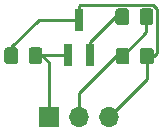
<source format=gbr>
G04 #@! TF.GenerationSoftware,KiCad,Pcbnew,(5.1.5)-3*
G04 #@! TF.CreationDate,2021-10-23T23:41:10-05:00*
G04 #@! TF.ProjectId,MagneticSensor,4d61676e-6574-4696-9353-656e736f722e,rev?*
G04 #@! TF.SameCoordinates,Original*
G04 #@! TF.FileFunction,Copper,L1,Top*
G04 #@! TF.FilePolarity,Positive*
%FSLAX46Y46*%
G04 Gerber Fmt 4.6, Leading zero omitted, Abs format (unit mm)*
G04 Created by KiCad (PCBNEW (5.1.5)-3) date 2021-10-23 23:41:10*
%MOMM*%
%LPD*%
G04 APERTURE LIST*
%ADD10O,1.700000X1.700000*%
%ADD11R,1.700000X1.700000*%
%ADD12C,0.100000*%
%ADD13R,0.800000X1.900000*%
%ADD14C,0.250000*%
G04 APERTURE END LIST*
D10*
X151117300Y-104495600D03*
X148577300Y-104495600D03*
D11*
X146037300Y-104495600D03*
G04 #@! TA.AperFunction,SMDPad,CuDef*
D12*
G36*
X145265505Y-98615204D02*
G01*
X145289773Y-98618804D01*
X145313572Y-98624765D01*
X145336671Y-98633030D01*
X145358850Y-98643520D01*
X145379893Y-98656132D01*
X145399599Y-98670747D01*
X145417777Y-98687223D01*
X145434253Y-98705401D01*
X145448868Y-98725107D01*
X145461480Y-98746150D01*
X145471970Y-98768329D01*
X145480235Y-98791428D01*
X145486196Y-98815227D01*
X145489796Y-98839495D01*
X145491000Y-98863999D01*
X145491000Y-99764001D01*
X145489796Y-99788505D01*
X145486196Y-99812773D01*
X145480235Y-99836572D01*
X145471970Y-99859671D01*
X145461480Y-99881850D01*
X145448868Y-99902893D01*
X145434253Y-99922599D01*
X145417777Y-99940777D01*
X145399599Y-99957253D01*
X145379893Y-99971868D01*
X145358850Y-99984480D01*
X145336671Y-99994970D01*
X145313572Y-100003235D01*
X145289773Y-100009196D01*
X145265505Y-100012796D01*
X145241001Y-100014000D01*
X144590999Y-100014000D01*
X144566495Y-100012796D01*
X144542227Y-100009196D01*
X144518428Y-100003235D01*
X144495329Y-99994970D01*
X144473150Y-99984480D01*
X144452107Y-99971868D01*
X144432401Y-99957253D01*
X144414223Y-99940777D01*
X144397747Y-99922599D01*
X144383132Y-99902893D01*
X144370520Y-99881850D01*
X144360030Y-99859671D01*
X144351765Y-99836572D01*
X144345804Y-99812773D01*
X144342204Y-99788505D01*
X144341000Y-99764001D01*
X144341000Y-98863999D01*
X144342204Y-98839495D01*
X144345804Y-98815227D01*
X144351765Y-98791428D01*
X144360030Y-98768329D01*
X144370520Y-98746150D01*
X144383132Y-98725107D01*
X144397747Y-98705401D01*
X144414223Y-98687223D01*
X144432401Y-98670747D01*
X144452107Y-98656132D01*
X144473150Y-98643520D01*
X144495329Y-98633030D01*
X144518428Y-98624765D01*
X144542227Y-98618804D01*
X144566495Y-98615204D01*
X144590999Y-98614000D01*
X145241001Y-98614000D01*
X145265505Y-98615204D01*
G37*
G04 #@! TD.AperFunction*
G04 #@! TA.AperFunction,SMDPad,CuDef*
G36*
X143215505Y-98615204D02*
G01*
X143239773Y-98618804D01*
X143263572Y-98624765D01*
X143286671Y-98633030D01*
X143308850Y-98643520D01*
X143329893Y-98656132D01*
X143349599Y-98670747D01*
X143367777Y-98687223D01*
X143384253Y-98705401D01*
X143398868Y-98725107D01*
X143411480Y-98746150D01*
X143421970Y-98768329D01*
X143430235Y-98791428D01*
X143436196Y-98815227D01*
X143439796Y-98839495D01*
X143441000Y-98863999D01*
X143441000Y-99764001D01*
X143439796Y-99788505D01*
X143436196Y-99812773D01*
X143430235Y-99836572D01*
X143421970Y-99859671D01*
X143411480Y-99881850D01*
X143398868Y-99902893D01*
X143384253Y-99922599D01*
X143367777Y-99940777D01*
X143349599Y-99957253D01*
X143329893Y-99971868D01*
X143308850Y-99984480D01*
X143286671Y-99994970D01*
X143263572Y-100003235D01*
X143239773Y-100009196D01*
X143215505Y-100012796D01*
X143191001Y-100014000D01*
X142540999Y-100014000D01*
X142516495Y-100012796D01*
X142492227Y-100009196D01*
X142468428Y-100003235D01*
X142445329Y-99994970D01*
X142423150Y-99984480D01*
X142402107Y-99971868D01*
X142382401Y-99957253D01*
X142364223Y-99940777D01*
X142347747Y-99922599D01*
X142333132Y-99902893D01*
X142320520Y-99881850D01*
X142310030Y-99859671D01*
X142301765Y-99836572D01*
X142295804Y-99812773D01*
X142292204Y-99788505D01*
X142291000Y-99764001D01*
X142291000Y-98863999D01*
X142292204Y-98839495D01*
X142295804Y-98815227D01*
X142301765Y-98791428D01*
X142310030Y-98768329D01*
X142320520Y-98746150D01*
X142333132Y-98725107D01*
X142347747Y-98705401D01*
X142364223Y-98687223D01*
X142382401Y-98670747D01*
X142402107Y-98656132D01*
X142423150Y-98643520D01*
X142445329Y-98633030D01*
X142468428Y-98624765D01*
X142492227Y-98618804D01*
X142516495Y-98615204D01*
X142540999Y-98614000D01*
X143191001Y-98614000D01*
X143215505Y-98615204D01*
G37*
G04 #@! TD.AperFunction*
G04 #@! TA.AperFunction,SMDPad,CuDef*
G36*
X154701605Y-98653304D02*
G01*
X154725873Y-98656904D01*
X154749672Y-98662865D01*
X154772771Y-98671130D01*
X154794950Y-98681620D01*
X154815993Y-98694232D01*
X154835699Y-98708847D01*
X154853877Y-98725323D01*
X154870353Y-98743501D01*
X154884968Y-98763207D01*
X154897580Y-98784250D01*
X154908070Y-98806429D01*
X154916335Y-98829528D01*
X154922296Y-98853327D01*
X154925896Y-98877595D01*
X154927100Y-98902099D01*
X154927100Y-99802101D01*
X154925896Y-99826605D01*
X154922296Y-99850873D01*
X154916335Y-99874672D01*
X154908070Y-99897771D01*
X154897580Y-99919950D01*
X154884968Y-99940993D01*
X154870353Y-99960699D01*
X154853877Y-99978877D01*
X154835699Y-99995353D01*
X154815993Y-100009968D01*
X154794950Y-100022580D01*
X154772771Y-100033070D01*
X154749672Y-100041335D01*
X154725873Y-100047296D01*
X154701605Y-100050896D01*
X154677101Y-100052100D01*
X154027099Y-100052100D01*
X154002595Y-100050896D01*
X153978327Y-100047296D01*
X153954528Y-100041335D01*
X153931429Y-100033070D01*
X153909250Y-100022580D01*
X153888207Y-100009968D01*
X153868501Y-99995353D01*
X153850323Y-99978877D01*
X153833847Y-99960699D01*
X153819232Y-99940993D01*
X153806620Y-99919950D01*
X153796130Y-99897771D01*
X153787865Y-99874672D01*
X153781904Y-99850873D01*
X153778304Y-99826605D01*
X153777100Y-99802101D01*
X153777100Y-98902099D01*
X153778304Y-98877595D01*
X153781904Y-98853327D01*
X153787865Y-98829528D01*
X153796130Y-98806429D01*
X153806620Y-98784250D01*
X153819232Y-98763207D01*
X153833847Y-98743501D01*
X153850323Y-98725323D01*
X153868501Y-98708847D01*
X153888207Y-98694232D01*
X153909250Y-98681620D01*
X153931429Y-98671130D01*
X153954528Y-98662865D01*
X153978327Y-98656904D01*
X154002595Y-98653304D01*
X154027099Y-98652100D01*
X154677101Y-98652100D01*
X154701605Y-98653304D01*
G37*
G04 #@! TD.AperFunction*
G04 #@! TA.AperFunction,SMDPad,CuDef*
G36*
X152651605Y-98653304D02*
G01*
X152675873Y-98656904D01*
X152699672Y-98662865D01*
X152722771Y-98671130D01*
X152744950Y-98681620D01*
X152765993Y-98694232D01*
X152785699Y-98708847D01*
X152803877Y-98725323D01*
X152820353Y-98743501D01*
X152834968Y-98763207D01*
X152847580Y-98784250D01*
X152858070Y-98806429D01*
X152866335Y-98829528D01*
X152872296Y-98853327D01*
X152875896Y-98877595D01*
X152877100Y-98902099D01*
X152877100Y-99802101D01*
X152875896Y-99826605D01*
X152872296Y-99850873D01*
X152866335Y-99874672D01*
X152858070Y-99897771D01*
X152847580Y-99919950D01*
X152834968Y-99940993D01*
X152820353Y-99960699D01*
X152803877Y-99978877D01*
X152785699Y-99995353D01*
X152765993Y-100009968D01*
X152744950Y-100022580D01*
X152722771Y-100033070D01*
X152699672Y-100041335D01*
X152675873Y-100047296D01*
X152651605Y-100050896D01*
X152627101Y-100052100D01*
X151977099Y-100052100D01*
X151952595Y-100050896D01*
X151928327Y-100047296D01*
X151904528Y-100041335D01*
X151881429Y-100033070D01*
X151859250Y-100022580D01*
X151838207Y-100009968D01*
X151818501Y-99995353D01*
X151800323Y-99978877D01*
X151783847Y-99960699D01*
X151769232Y-99940993D01*
X151756620Y-99919950D01*
X151746130Y-99897771D01*
X151737865Y-99874672D01*
X151731904Y-99850873D01*
X151728304Y-99826605D01*
X151727100Y-99802101D01*
X151727100Y-98902099D01*
X151728304Y-98877595D01*
X151731904Y-98853327D01*
X151737865Y-98829528D01*
X151746130Y-98806429D01*
X151756620Y-98784250D01*
X151769232Y-98763207D01*
X151783847Y-98743501D01*
X151800323Y-98725323D01*
X151818501Y-98708847D01*
X151838207Y-98694232D01*
X151859250Y-98681620D01*
X151881429Y-98671130D01*
X151904528Y-98662865D01*
X151928327Y-98656904D01*
X151952595Y-98653304D01*
X151977099Y-98652100D01*
X152627101Y-98652100D01*
X152651605Y-98653304D01*
G37*
G04 #@! TD.AperFunction*
G04 #@! TA.AperFunction,SMDPad,CuDef*
G36*
X154663505Y-95313204D02*
G01*
X154687773Y-95316804D01*
X154711572Y-95322765D01*
X154734671Y-95331030D01*
X154756850Y-95341520D01*
X154777893Y-95354132D01*
X154797599Y-95368747D01*
X154815777Y-95385223D01*
X154832253Y-95403401D01*
X154846868Y-95423107D01*
X154859480Y-95444150D01*
X154869970Y-95466329D01*
X154878235Y-95489428D01*
X154884196Y-95513227D01*
X154887796Y-95537495D01*
X154889000Y-95561999D01*
X154889000Y-96462001D01*
X154887796Y-96486505D01*
X154884196Y-96510773D01*
X154878235Y-96534572D01*
X154869970Y-96557671D01*
X154859480Y-96579850D01*
X154846868Y-96600893D01*
X154832253Y-96620599D01*
X154815777Y-96638777D01*
X154797599Y-96655253D01*
X154777893Y-96669868D01*
X154756850Y-96682480D01*
X154734671Y-96692970D01*
X154711572Y-96701235D01*
X154687773Y-96707196D01*
X154663505Y-96710796D01*
X154639001Y-96712000D01*
X153988999Y-96712000D01*
X153964495Y-96710796D01*
X153940227Y-96707196D01*
X153916428Y-96701235D01*
X153893329Y-96692970D01*
X153871150Y-96682480D01*
X153850107Y-96669868D01*
X153830401Y-96655253D01*
X153812223Y-96638777D01*
X153795747Y-96620599D01*
X153781132Y-96600893D01*
X153768520Y-96579850D01*
X153758030Y-96557671D01*
X153749765Y-96534572D01*
X153743804Y-96510773D01*
X153740204Y-96486505D01*
X153739000Y-96462001D01*
X153739000Y-95561999D01*
X153740204Y-95537495D01*
X153743804Y-95513227D01*
X153749765Y-95489428D01*
X153758030Y-95466329D01*
X153768520Y-95444150D01*
X153781132Y-95423107D01*
X153795747Y-95403401D01*
X153812223Y-95385223D01*
X153830401Y-95368747D01*
X153850107Y-95354132D01*
X153871150Y-95341520D01*
X153893329Y-95331030D01*
X153916428Y-95322765D01*
X153940227Y-95316804D01*
X153964495Y-95313204D01*
X153988999Y-95312000D01*
X154639001Y-95312000D01*
X154663505Y-95313204D01*
G37*
G04 #@! TD.AperFunction*
G04 #@! TA.AperFunction,SMDPad,CuDef*
G36*
X152613505Y-95313204D02*
G01*
X152637773Y-95316804D01*
X152661572Y-95322765D01*
X152684671Y-95331030D01*
X152706850Y-95341520D01*
X152727893Y-95354132D01*
X152747599Y-95368747D01*
X152765777Y-95385223D01*
X152782253Y-95403401D01*
X152796868Y-95423107D01*
X152809480Y-95444150D01*
X152819970Y-95466329D01*
X152828235Y-95489428D01*
X152834196Y-95513227D01*
X152837796Y-95537495D01*
X152839000Y-95561999D01*
X152839000Y-96462001D01*
X152837796Y-96486505D01*
X152834196Y-96510773D01*
X152828235Y-96534572D01*
X152819970Y-96557671D01*
X152809480Y-96579850D01*
X152796868Y-96600893D01*
X152782253Y-96620599D01*
X152765777Y-96638777D01*
X152747599Y-96655253D01*
X152727893Y-96669868D01*
X152706850Y-96682480D01*
X152684671Y-96692970D01*
X152661572Y-96701235D01*
X152637773Y-96707196D01*
X152613505Y-96710796D01*
X152589001Y-96712000D01*
X151938999Y-96712000D01*
X151914495Y-96710796D01*
X151890227Y-96707196D01*
X151866428Y-96701235D01*
X151843329Y-96692970D01*
X151821150Y-96682480D01*
X151800107Y-96669868D01*
X151780401Y-96655253D01*
X151762223Y-96638777D01*
X151745747Y-96620599D01*
X151731132Y-96600893D01*
X151718520Y-96579850D01*
X151708030Y-96557671D01*
X151699765Y-96534572D01*
X151693804Y-96510773D01*
X151690204Y-96486505D01*
X151689000Y-96462001D01*
X151689000Y-95561999D01*
X151690204Y-95537495D01*
X151693804Y-95513227D01*
X151699765Y-95489428D01*
X151708030Y-95466329D01*
X151718520Y-95444150D01*
X151731132Y-95423107D01*
X151745747Y-95403401D01*
X151762223Y-95385223D01*
X151780401Y-95368747D01*
X151800107Y-95354132D01*
X151821150Y-95341520D01*
X151843329Y-95331030D01*
X151866428Y-95322765D01*
X151890227Y-95316804D01*
X151914495Y-95313204D01*
X151938999Y-95312000D01*
X152589001Y-95312000D01*
X152613505Y-95313204D01*
G37*
G04 #@! TD.AperFunction*
D13*
X147640000Y-99290000D03*
X149540000Y-99290000D03*
X148590000Y-96290000D03*
D14*
X145491000Y-99314000D02*
X144916000Y-99314000D01*
X146037300Y-99860300D02*
X145491000Y-99314000D01*
X146037300Y-104495600D02*
X146037300Y-99860300D01*
X144940000Y-99290000D02*
X144916000Y-99314000D01*
X147640000Y-99290000D02*
X144940000Y-99290000D01*
X147940000Y-96290000D02*
X148590000Y-96290000D01*
X145190000Y-96290000D02*
X147940000Y-96290000D01*
X142866000Y-98614000D02*
X145190000Y-96290000D01*
X142866000Y-99314000D02*
X142866000Y-98614000D01*
X154352100Y-101260800D02*
X154352100Y-99352100D01*
X151117300Y-104495600D02*
X154352100Y-101260800D01*
X148590000Y-95090000D02*
X148590000Y-96290000D01*
X148693010Y-94986990D02*
X148590000Y-95090000D01*
X154877180Y-94986990D02*
X148693010Y-94986990D01*
X155214010Y-99065190D02*
X155214010Y-95323820D01*
X155214010Y-95323820D02*
X154877180Y-94986990D01*
X154927100Y-99352100D02*
X155214010Y-99065190D01*
X154352100Y-99352100D02*
X154927100Y-99352100D01*
X154314000Y-97340200D02*
X152302100Y-99352100D01*
X154314000Y-96012000D02*
X154314000Y-97340200D01*
X148577300Y-102501900D02*
X148577300Y-103293519D01*
X151727100Y-99352100D02*
X148577300Y-102501900D01*
X148577300Y-103293519D02*
X148577300Y-104495600D01*
X152302100Y-99352100D02*
X151727100Y-99352100D01*
X149540000Y-98161000D02*
X149540000Y-99290000D01*
X151689000Y-96012000D02*
X149540000Y-98161000D01*
X152264000Y-96012000D02*
X151689000Y-96012000D01*
M02*

</source>
